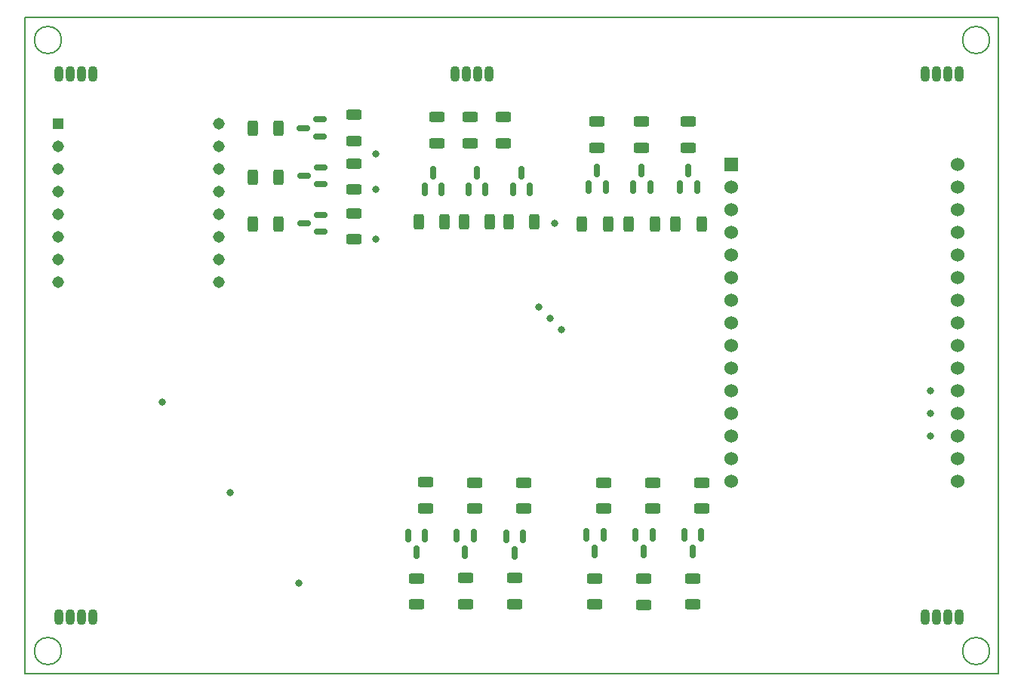
<source format=gbs>
%TF.GenerationSoftware,KiCad,Pcbnew,7.0.2-6a45011f42~172~ubuntu22.10.1*%
%TF.CreationDate,2023-08-02T15:33:43+05:00*%
%TF.ProjectId,id4,6964342e-6b69-4636-9164-5f7063625858,1*%
%TF.SameCoordinates,Original*%
%TF.FileFunction,Soldermask,Bot*%
%TF.FilePolarity,Negative*%
%FSLAX46Y46*%
G04 Gerber Fmt 4.6, Leading zero omitted, Abs format (unit mm)*
G04 Created by KiCad (PCBNEW 7.0.2-6a45011f42~172~ubuntu22.10.1) date 2023-08-02 15:33:43*
%MOMM*%
%LPD*%
G01*
G04 APERTURE LIST*
G04 Aperture macros list*
%AMRoundRect*
0 Rectangle with rounded corners*
0 $1 Rounding radius*
0 $2 $3 $4 $5 $6 $7 $8 $9 X,Y pos of 4 corners*
0 Add a 4 corners polygon primitive as box body*
4,1,4,$2,$3,$4,$5,$6,$7,$8,$9,$2,$3,0*
0 Add four circle primitives for the rounded corners*
1,1,$1+$1,$2,$3*
1,1,$1+$1,$4,$5*
1,1,$1+$1,$6,$7*
1,1,$1+$1,$8,$9*
0 Add four rect primitives between the rounded corners*
20,1,$1+$1,$2,$3,$4,$5,0*
20,1,$1+$1,$4,$5,$6,$7,0*
20,1,$1+$1,$6,$7,$8,$9,0*
20,1,$1+$1,$8,$9,$2,$3,0*%
G04 Aperture macros list end*
%ADD10O,1.070000X1.800000*%
%ADD11R,1.308000X1.308000*%
%ADD12C,1.308000*%
%ADD13R,1.524000X1.524000*%
%ADD14C,1.524000*%
%ADD15RoundRect,0.150000X-0.150000X0.587500X-0.150000X-0.587500X0.150000X-0.587500X0.150000X0.587500X0*%
%ADD16RoundRect,0.250000X0.625000X-0.312500X0.625000X0.312500X-0.625000X0.312500X-0.625000X-0.312500X0*%
%ADD17RoundRect,0.250000X0.312500X0.625000X-0.312500X0.625000X-0.312500X-0.625000X0.312500X-0.625000X0*%
%ADD18RoundRect,0.250000X-0.625000X0.312500X-0.625000X-0.312500X0.625000X-0.312500X0.625000X0.312500X0*%
%ADD19RoundRect,0.150000X0.150000X-0.587500X0.150000X0.587500X-0.150000X0.587500X-0.150000X-0.587500X0*%
%ADD20RoundRect,0.250000X-0.312500X-0.625000X0.312500X-0.625000X0.312500X0.625000X-0.312500X0.625000X0*%
%ADD21RoundRect,0.150000X0.587500X0.150000X-0.587500X0.150000X-0.587500X-0.150000X0.587500X-0.150000X0*%
%ADD22C,0.800000*%
%TA.AperFunction,Profile*%
%ADD23C,0.150000*%
%TD*%
%TA.AperFunction,Profile*%
%ADD24C,0.200000*%
%TD*%
G04 APERTURE END LIST*
D10*
%TO.C,D1*%
X120650000Y-59690000D03*
X121920000Y-59690000D03*
X123190000Y-59690000D03*
X124460000Y-59690000D03*
%TD*%
%TO.C,D5*%
X120650000Y-120650000D03*
X121920000Y-120650000D03*
X123190000Y-120650000D03*
X124460000Y-120650000D03*
%TD*%
%TO.C,D4*%
X217805000Y-120650000D03*
X219075000Y-120650000D03*
X220345000Y-120650000D03*
X221615000Y-120650000D03*
%TD*%
%TO.C,D3*%
X217805000Y-59690000D03*
X219075000Y-59690000D03*
X220345000Y-59690000D03*
X221615000Y-59690000D03*
%TD*%
D11*
%TO.C,U2*%
X120483000Y-65278000D03*
D12*
X120483000Y-67818000D03*
X120483000Y-70358000D03*
X120483000Y-72898000D03*
X120483000Y-75438000D03*
X120483000Y-77978000D03*
X120483000Y-80518000D03*
X120483000Y-83058000D03*
X138517000Y-83058000D03*
X138517000Y-80518000D03*
X138517000Y-77978000D03*
X138517000Y-75438000D03*
X138517000Y-72898000D03*
X138517000Y-70358000D03*
X138517000Y-67818000D03*
X138517000Y-65278000D03*
%TD*%
D13*
%TO.C,U1*%
X196050000Y-69875800D03*
D14*
X196050000Y-72415800D03*
X196050000Y-74955800D03*
X196050000Y-77495800D03*
X196050000Y-80035800D03*
X196050000Y-82575800D03*
X196050000Y-85115800D03*
X196050000Y-87655800D03*
X196050000Y-90195800D03*
X196050000Y-92735800D03*
X196050000Y-95275800D03*
X196050000Y-97815800D03*
X196050000Y-100355800D03*
X196050000Y-102895800D03*
X196050000Y-105435800D03*
X221450000Y-105435800D03*
X221450000Y-102895800D03*
X221450000Y-100355800D03*
X221450000Y-97815800D03*
X221450000Y-95275800D03*
X221450000Y-92735800D03*
X221450000Y-90195800D03*
X221450000Y-87655800D03*
X221450000Y-85115800D03*
X221450000Y-82575800D03*
X221450000Y-80035800D03*
X221450000Y-77495800D03*
X221450000Y-74955800D03*
X221450000Y-72415800D03*
X221450000Y-69875800D03*
%TD*%
D10*
%TO.C,D2*%
X165100000Y-59690000D03*
X166370000Y-59690000D03*
X167640000Y-59690000D03*
X168910000Y-59690000D03*
%TD*%
D15*
%TO.C,Q4*%
X179800000Y-111397500D03*
X181700000Y-111397500D03*
X180750000Y-113272500D03*
%TD*%
D16*
%TO.C,R5*%
X153750000Y-72662000D03*
X153750000Y-69737000D03*
%TD*%
D17*
%TO.C,R18*%
X182212500Y-76500000D03*
X179287500Y-76500000D03*
%TD*%
D18*
%TO.C,R21*%
X170500000Y-64537500D03*
X170500000Y-67462500D03*
%TD*%
D19*
%TO.C,Q7*%
X192200000Y-72375000D03*
X190300000Y-72375000D03*
X191250000Y-70500000D03*
%TD*%
D17*
%TO.C,R23*%
X168962500Y-76250000D03*
X166037500Y-76250000D03*
%TD*%
D16*
%TO.C,R27*%
X171750000Y-119212500D03*
X171750000Y-116287500D03*
%TD*%
D18*
%TO.C,R13*%
X191250000Y-65037500D03*
X191250000Y-67962500D03*
%TD*%
D19*
%TO.C,Q10*%
X163547200Y-72625000D03*
X161647200Y-72625000D03*
X162597200Y-70750000D03*
%TD*%
D16*
%TO.C,R6*%
X153750000Y-67212500D03*
X153750000Y-64287500D03*
%TD*%
%TO.C,R26*%
X166250000Y-119212500D03*
X166250000Y-116287500D03*
%TD*%
D17*
%TO.C,R22*%
X163887500Y-76250000D03*
X160962500Y-76250000D03*
%TD*%
D19*
%TO.C,Q9*%
X181950000Y-72375000D03*
X180050000Y-72375000D03*
X181000000Y-70500000D03*
%TD*%
D15*
%TO.C,Q15*%
X170800000Y-111562500D03*
X172700000Y-111562500D03*
X171750000Y-113437500D03*
%TD*%
D20*
%TO.C,R3*%
X142325000Y-65750000D03*
X145250000Y-65750000D03*
%TD*%
D18*
%TO.C,R14*%
X186000000Y-65037500D03*
X186000000Y-67962500D03*
%TD*%
D17*
%TO.C,R17*%
X187462500Y-76500000D03*
X184537500Y-76500000D03*
%TD*%
%TO.C,R24*%
X173962500Y-76250000D03*
X171037500Y-76250000D03*
%TD*%
D21*
%TO.C,Q3*%
X149975500Y-70188000D03*
X149975500Y-72088000D03*
X148100500Y-71138000D03*
%TD*%
D19*
%TO.C,Q8*%
X186950000Y-72375000D03*
X185050000Y-72375000D03*
X186000000Y-70500000D03*
%TD*%
D16*
%TO.C,R25*%
X160750000Y-119250000D03*
X160750000Y-116325000D03*
%TD*%
D20*
%TO.C,R1*%
X142325000Y-76500000D03*
X145250000Y-76500000D03*
%TD*%
D18*
%TO.C,R15*%
X181000000Y-65037500D03*
X181000000Y-67962500D03*
%TD*%
%TO.C,R30*%
X172750000Y-105537500D03*
X172750000Y-108462500D03*
%TD*%
%TO.C,R12*%
X192750000Y-105575000D03*
X192750000Y-108500000D03*
%TD*%
D20*
%TO.C,R2*%
X142325000Y-71250000D03*
X145250000Y-71250000D03*
%TD*%
D18*
%TO.C,R10*%
X181750000Y-105575000D03*
X181750000Y-108500000D03*
%TD*%
%TO.C,R20*%
X166750000Y-64537500D03*
X166750000Y-67462500D03*
%TD*%
D15*
%TO.C,Q6*%
X190800000Y-111397500D03*
X192700000Y-111397500D03*
X191750000Y-113272500D03*
%TD*%
D17*
%TO.C,R16*%
X192712500Y-76500000D03*
X189787500Y-76500000D03*
%TD*%
D16*
%TO.C,R8*%
X186250000Y-119272500D03*
X186250000Y-116347500D03*
%TD*%
%TO.C,R4*%
X153750000Y-78250000D03*
X153750000Y-75325000D03*
%TD*%
D18*
%TO.C,R28*%
X161750000Y-105500000D03*
X161750000Y-108425000D03*
%TD*%
D16*
%TO.C,R7*%
X180750000Y-119235000D03*
X180750000Y-116310000D03*
%TD*%
D15*
%TO.C,Q14*%
X165250000Y-111500000D03*
X167150000Y-111500000D03*
X166200000Y-113375000D03*
%TD*%
D18*
%TO.C,R11*%
X187250000Y-105575000D03*
X187250000Y-108500000D03*
%TD*%
D19*
%TO.C,Q11*%
X168450000Y-72625000D03*
X166550000Y-72625000D03*
X167500000Y-70750000D03*
%TD*%
D15*
%TO.C,Q5*%
X185300000Y-111397500D03*
X187200000Y-111397500D03*
X186250000Y-113272500D03*
%TD*%
D18*
%TO.C,R19*%
X163000000Y-64537500D03*
X163000000Y-67462500D03*
%TD*%
D15*
%TO.C,Q13*%
X159800000Y-111500000D03*
X161700000Y-111500000D03*
X160750000Y-113375000D03*
%TD*%
D21*
%TO.C,Q1*%
X149975500Y-75522000D03*
X149975500Y-77422000D03*
X148100500Y-76472000D03*
%TD*%
D18*
%TO.C,R29*%
X167250000Y-105537500D03*
X167250000Y-108462500D03*
%TD*%
D16*
%TO.C,R9*%
X191750000Y-119250000D03*
X191750000Y-116325000D03*
%TD*%
D19*
%TO.C,Q12*%
X173450000Y-72625000D03*
X171550000Y-72625000D03*
X172500000Y-70750000D03*
%TD*%
D21*
%TO.C,Q2*%
X149937500Y-64800000D03*
X149937500Y-66700000D03*
X148062500Y-65750000D03*
%TD*%
D22*
X218440000Y-100330000D03*
X156210000Y-78232000D03*
X218440000Y-97790000D03*
X156210000Y-72644000D03*
X156184600Y-68681600D03*
X218440000Y-95250000D03*
X176276000Y-76454000D03*
X147574000Y-116840000D03*
X177038000Y-88392000D03*
X132207000Y-96520000D03*
X174498000Y-85852000D03*
X175768000Y-87122000D03*
X139827000Y-106680000D03*
D23*
X120904000Y-55880000D02*
G75*
G03*
X120904000Y-55880000I-1524000J0D01*
G01*
X225044000Y-124460000D02*
G75*
G03*
X225044000Y-124460000I-1524000J0D01*
G01*
X120904000Y-124460000D02*
G75*
G03*
X120904000Y-124460000I-1524000J0D01*
G01*
D24*
X116840000Y-53340000D02*
X226060000Y-53340000D01*
X226060000Y-127000000D01*
X116840000Y-127000000D01*
X116840000Y-53340000D01*
D23*
X225044000Y-55880000D02*
G75*
G03*
X225044000Y-55880000I-1524000J0D01*
G01*
M02*

</source>
